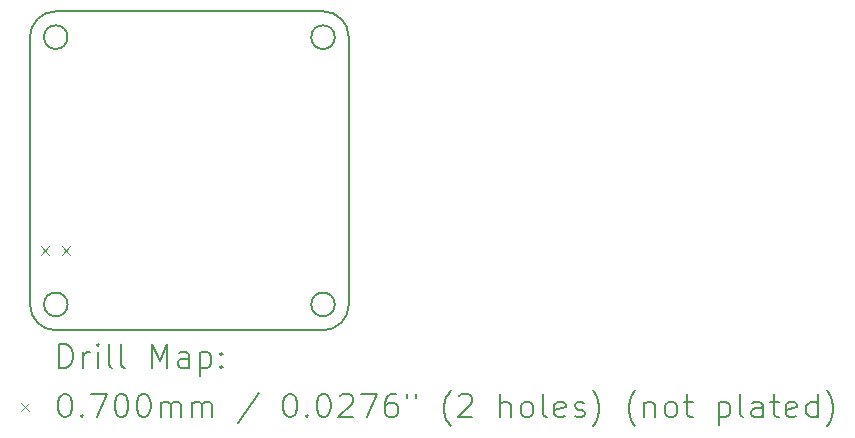
<source format=gbr>
%TF.GenerationSoftware,KiCad,Pcbnew,(6.0.7-1)-1*%
%TF.CreationDate,2023-01-06T02:08:11-05:00*%
%TF.ProjectId,O32controller,4f333263-6f6e-4747-926f-6c6c65722e6b,rev?*%
%TF.SameCoordinates,Original*%
%TF.FileFunction,Drillmap*%
%TF.FilePolarity,Positive*%
%FSLAX45Y45*%
G04 Gerber Fmt 4.5, Leading zero omitted, Abs format (unit mm)*
G04 Created by KiCad (PCBNEW (6.0.7-1)-1) date 2023-01-06 02:08:11*
%MOMM*%
%LPD*%
G01*
G04 APERTURE LIST*
%ADD10C,0.150000*%
%ADD11C,0.200000*%
%ADD12C,0.070000*%
G04 APERTURE END LIST*
D10*
X6231400Y-6131400D02*
G75*
G03*
X6231400Y-6131400I-100000J0D01*
G01*
X3868600Y-3650000D02*
X6131400Y-3650000D01*
X3650000Y-6131400D02*
G75*
G03*
X3868600Y-6350000I218600J0D01*
G01*
X3868600Y-3650000D02*
G75*
G03*
X3650000Y-3868600I0J-218600D01*
G01*
X3868600Y-6350000D02*
X6131400Y-6350000D01*
X6350000Y-3868600D02*
X6350000Y-6131400D01*
X6350000Y-3868600D02*
G75*
G03*
X6131400Y-3650000I-218600J0D01*
G01*
X3968600Y-6131400D02*
G75*
G03*
X3968600Y-6131400I-100000J0D01*
G01*
X3968600Y-3868600D02*
G75*
G03*
X3968600Y-3868600I-100000J0D01*
G01*
X6131400Y-6350000D02*
G75*
G03*
X6350000Y-6131400I0J218600D01*
G01*
X6231400Y-3868600D02*
G75*
G03*
X6231400Y-3868600I-100000J0D01*
G01*
X3650000Y-3868600D02*
X3650000Y-6131400D01*
D11*
D12*
X3740000Y-5640000D02*
X3810000Y-5710000D01*
X3810000Y-5640000D02*
X3740000Y-5710000D01*
X3920000Y-5640000D02*
X3990000Y-5710000D01*
X3990000Y-5640000D02*
X3920000Y-5710000D01*
D11*
X3900119Y-6667976D02*
X3900119Y-6467976D01*
X3947738Y-6467976D01*
X3976309Y-6477500D01*
X3995357Y-6496548D01*
X4004881Y-6515595D01*
X4014405Y-6553690D01*
X4014405Y-6582262D01*
X4004881Y-6620357D01*
X3995357Y-6639405D01*
X3976309Y-6658452D01*
X3947738Y-6667976D01*
X3900119Y-6667976D01*
X4100119Y-6667976D02*
X4100119Y-6534643D01*
X4100119Y-6572738D02*
X4109643Y-6553690D01*
X4119167Y-6544167D01*
X4138214Y-6534643D01*
X4157262Y-6534643D01*
X4223929Y-6667976D02*
X4223929Y-6534643D01*
X4223929Y-6467976D02*
X4214405Y-6477500D01*
X4223929Y-6487024D01*
X4233452Y-6477500D01*
X4223929Y-6467976D01*
X4223929Y-6487024D01*
X4347738Y-6667976D02*
X4328690Y-6658452D01*
X4319167Y-6639405D01*
X4319167Y-6467976D01*
X4452500Y-6667976D02*
X4433452Y-6658452D01*
X4423929Y-6639405D01*
X4423929Y-6467976D01*
X4681071Y-6667976D02*
X4681071Y-6467976D01*
X4747738Y-6610833D01*
X4814405Y-6467976D01*
X4814405Y-6667976D01*
X4995357Y-6667976D02*
X4995357Y-6563214D01*
X4985833Y-6544167D01*
X4966786Y-6534643D01*
X4928690Y-6534643D01*
X4909643Y-6544167D01*
X4995357Y-6658452D02*
X4976310Y-6667976D01*
X4928690Y-6667976D01*
X4909643Y-6658452D01*
X4900119Y-6639405D01*
X4900119Y-6620357D01*
X4909643Y-6601309D01*
X4928690Y-6591786D01*
X4976310Y-6591786D01*
X4995357Y-6582262D01*
X5090595Y-6534643D02*
X5090595Y-6734643D01*
X5090595Y-6544167D02*
X5109643Y-6534643D01*
X5147738Y-6534643D01*
X5166786Y-6544167D01*
X5176310Y-6553690D01*
X5185833Y-6572738D01*
X5185833Y-6629881D01*
X5176310Y-6648928D01*
X5166786Y-6658452D01*
X5147738Y-6667976D01*
X5109643Y-6667976D01*
X5090595Y-6658452D01*
X5271548Y-6648928D02*
X5281071Y-6658452D01*
X5271548Y-6667976D01*
X5262024Y-6658452D01*
X5271548Y-6648928D01*
X5271548Y-6667976D01*
X5271548Y-6544167D02*
X5281071Y-6553690D01*
X5271548Y-6563214D01*
X5262024Y-6553690D01*
X5271548Y-6544167D01*
X5271548Y-6563214D01*
D12*
X3572500Y-6962500D02*
X3642500Y-7032500D01*
X3642500Y-6962500D02*
X3572500Y-7032500D01*
D11*
X3938214Y-6887976D02*
X3957262Y-6887976D01*
X3976309Y-6897500D01*
X3985833Y-6907024D01*
X3995357Y-6926071D01*
X4004881Y-6964167D01*
X4004881Y-7011786D01*
X3995357Y-7049881D01*
X3985833Y-7068928D01*
X3976309Y-7078452D01*
X3957262Y-7087976D01*
X3938214Y-7087976D01*
X3919167Y-7078452D01*
X3909643Y-7068928D01*
X3900119Y-7049881D01*
X3890595Y-7011786D01*
X3890595Y-6964167D01*
X3900119Y-6926071D01*
X3909643Y-6907024D01*
X3919167Y-6897500D01*
X3938214Y-6887976D01*
X4090595Y-7068928D02*
X4100119Y-7078452D01*
X4090595Y-7087976D01*
X4081071Y-7078452D01*
X4090595Y-7068928D01*
X4090595Y-7087976D01*
X4166786Y-6887976D02*
X4300119Y-6887976D01*
X4214405Y-7087976D01*
X4414405Y-6887976D02*
X4433452Y-6887976D01*
X4452500Y-6897500D01*
X4462024Y-6907024D01*
X4471548Y-6926071D01*
X4481071Y-6964167D01*
X4481071Y-7011786D01*
X4471548Y-7049881D01*
X4462024Y-7068928D01*
X4452500Y-7078452D01*
X4433452Y-7087976D01*
X4414405Y-7087976D01*
X4395357Y-7078452D01*
X4385833Y-7068928D01*
X4376310Y-7049881D01*
X4366786Y-7011786D01*
X4366786Y-6964167D01*
X4376310Y-6926071D01*
X4385833Y-6907024D01*
X4395357Y-6897500D01*
X4414405Y-6887976D01*
X4604881Y-6887976D02*
X4623929Y-6887976D01*
X4642976Y-6897500D01*
X4652500Y-6907024D01*
X4662024Y-6926071D01*
X4671548Y-6964167D01*
X4671548Y-7011786D01*
X4662024Y-7049881D01*
X4652500Y-7068928D01*
X4642976Y-7078452D01*
X4623929Y-7087976D01*
X4604881Y-7087976D01*
X4585833Y-7078452D01*
X4576310Y-7068928D01*
X4566786Y-7049881D01*
X4557262Y-7011786D01*
X4557262Y-6964167D01*
X4566786Y-6926071D01*
X4576310Y-6907024D01*
X4585833Y-6897500D01*
X4604881Y-6887976D01*
X4757262Y-7087976D02*
X4757262Y-6954643D01*
X4757262Y-6973690D02*
X4766786Y-6964167D01*
X4785833Y-6954643D01*
X4814405Y-6954643D01*
X4833452Y-6964167D01*
X4842976Y-6983214D01*
X4842976Y-7087976D01*
X4842976Y-6983214D02*
X4852500Y-6964167D01*
X4871548Y-6954643D01*
X4900119Y-6954643D01*
X4919167Y-6964167D01*
X4928690Y-6983214D01*
X4928690Y-7087976D01*
X5023929Y-7087976D02*
X5023929Y-6954643D01*
X5023929Y-6973690D02*
X5033452Y-6964167D01*
X5052500Y-6954643D01*
X5081071Y-6954643D01*
X5100119Y-6964167D01*
X5109643Y-6983214D01*
X5109643Y-7087976D01*
X5109643Y-6983214D02*
X5119167Y-6964167D01*
X5138214Y-6954643D01*
X5166786Y-6954643D01*
X5185833Y-6964167D01*
X5195357Y-6983214D01*
X5195357Y-7087976D01*
X5585833Y-6878452D02*
X5414405Y-7135595D01*
X5842976Y-6887976D02*
X5862024Y-6887976D01*
X5881071Y-6897500D01*
X5890595Y-6907024D01*
X5900119Y-6926071D01*
X5909643Y-6964167D01*
X5909643Y-7011786D01*
X5900119Y-7049881D01*
X5890595Y-7068928D01*
X5881071Y-7078452D01*
X5862024Y-7087976D01*
X5842976Y-7087976D01*
X5823928Y-7078452D01*
X5814405Y-7068928D01*
X5804881Y-7049881D01*
X5795357Y-7011786D01*
X5795357Y-6964167D01*
X5804881Y-6926071D01*
X5814405Y-6907024D01*
X5823928Y-6897500D01*
X5842976Y-6887976D01*
X5995357Y-7068928D02*
X6004881Y-7078452D01*
X5995357Y-7087976D01*
X5985833Y-7078452D01*
X5995357Y-7068928D01*
X5995357Y-7087976D01*
X6128690Y-6887976D02*
X6147738Y-6887976D01*
X6166786Y-6897500D01*
X6176309Y-6907024D01*
X6185833Y-6926071D01*
X6195357Y-6964167D01*
X6195357Y-7011786D01*
X6185833Y-7049881D01*
X6176309Y-7068928D01*
X6166786Y-7078452D01*
X6147738Y-7087976D01*
X6128690Y-7087976D01*
X6109643Y-7078452D01*
X6100119Y-7068928D01*
X6090595Y-7049881D01*
X6081071Y-7011786D01*
X6081071Y-6964167D01*
X6090595Y-6926071D01*
X6100119Y-6907024D01*
X6109643Y-6897500D01*
X6128690Y-6887976D01*
X6271548Y-6907024D02*
X6281071Y-6897500D01*
X6300119Y-6887976D01*
X6347738Y-6887976D01*
X6366786Y-6897500D01*
X6376309Y-6907024D01*
X6385833Y-6926071D01*
X6385833Y-6945119D01*
X6376309Y-6973690D01*
X6262024Y-7087976D01*
X6385833Y-7087976D01*
X6452500Y-6887976D02*
X6585833Y-6887976D01*
X6500119Y-7087976D01*
X6747738Y-6887976D02*
X6709643Y-6887976D01*
X6690595Y-6897500D01*
X6681071Y-6907024D01*
X6662024Y-6935595D01*
X6652500Y-6973690D01*
X6652500Y-7049881D01*
X6662024Y-7068928D01*
X6671548Y-7078452D01*
X6690595Y-7087976D01*
X6728690Y-7087976D01*
X6747738Y-7078452D01*
X6757262Y-7068928D01*
X6766786Y-7049881D01*
X6766786Y-7002262D01*
X6757262Y-6983214D01*
X6747738Y-6973690D01*
X6728690Y-6964167D01*
X6690595Y-6964167D01*
X6671548Y-6973690D01*
X6662024Y-6983214D01*
X6652500Y-7002262D01*
X6842976Y-6887976D02*
X6842976Y-6926071D01*
X6919167Y-6887976D02*
X6919167Y-6926071D01*
X7214405Y-7164167D02*
X7204881Y-7154643D01*
X7185833Y-7126071D01*
X7176309Y-7107024D01*
X7166786Y-7078452D01*
X7157262Y-7030833D01*
X7157262Y-6992738D01*
X7166786Y-6945119D01*
X7176309Y-6916548D01*
X7185833Y-6897500D01*
X7204881Y-6868928D01*
X7214405Y-6859405D01*
X7281071Y-6907024D02*
X7290595Y-6897500D01*
X7309643Y-6887976D01*
X7357262Y-6887976D01*
X7376309Y-6897500D01*
X7385833Y-6907024D01*
X7395357Y-6926071D01*
X7395357Y-6945119D01*
X7385833Y-6973690D01*
X7271548Y-7087976D01*
X7395357Y-7087976D01*
X7633452Y-7087976D02*
X7633452Y-6887976D01*
X7719167Y-7087976D02*
X7719167Y-6983214D01*
X7709643Y-6964167D01*
X7690595Y-6954643D01*
X7662024Y-6954643D01*
X7642976Y-6964167D01*
X7633452Y-6973690D01*
X7842976Y-7087976D02*
X7823928Y-7078452D01*
X7814405Y-7068928D01*
X7804881Y-7049881D01*
X7804881Y-6992738D01*
X7814405Y-6973690D01*
X7823928Y-6964167D01*
X7842976Y-6954643D01*
X7871548Y-6954643D01*
X7890595Y-6964167D01*
X7900119Y-6973690D01*
X7909643Y-6992738D01*
X7909643Y-7049881D01*
X7900119Y-7068928D01*
X7890595Y-7078452D01*
X7871548Y-7087976D01*
X7842976Y-7087976D01*
X8023928Y-7087976D02*
X8004881Y-7078452D01*
X7995357Y-7059405D01*
X7995357Y-6887976D01*
X8176309Y-7078452D02*
X8157262Y-7087976D01*
X8119167Y-7087976D01*
X8100119Y-7078452D01*
X8090595Y-7059405D01*
X8090595Y-6983214D01*
X8100119Y-6964167D01*
X8119167Y-6954643D01*
X8157262Y-6954643D01*
X8176309Y-6964167D01*
X8185833Y-6983214D01*
X8185833Y-7002262D01*
X8090595Y-7021309D01*
X8262024Y-7078452D02*
X8281071Y-7087976D01*
X8319167Y-7087976D01*
X8338214Y-7078452D01*
X8347738Y-7059405D01*
X8347738Y-7049881D01*
X8338214Y-7030833D01*
X8319167Y-7021309D01*
X8290595Y-7021309D01*
X8271548Y-7011786D01*
X8262024Y-6992738D01*
X8262024Y-6983214D01*
X8271548Y-6964167D01*
X8290595Y-6954643D01*
X8319167Y-6954643D01*
X8338214Y-6964167D01*
X8414405Y-7164167D02*
X8423929Y-7154643D01*
X8442976Y-7126071D01*
X8452500Y-7107024D01*
X8462024Y-7078452D01*
X8471548Y-7030833D01*
X8471548Y-6992738D01*
X8462024Y-6945119D01*
X8452500Y-6916548D01*
X8442976Y-6897500D01*
X8423929Y-6868928D01*
X8414405Y-6859405D01*
X8776310Y-7164167D02*
X8766786Y-7154643D01*
X8747738Y-7126071D01*
X8738214Y-7107024D01*
X8728690Y-7078452D01*
X8719167Y-7030833D01*
X8719167Y-6992738D01*
X8728690Y-6945119D01*
X8738214Y-6916548D01*
X8747738Y-6897500D01*
X8766786Y-6868928D01*
X8776310Y-6859405D01*
X8852500Y-6954643D02*
X8852500Y-7087976D01*
X8852500Y-6973690D02*
X8862024Y-6964167D01*
X8881071Y-6954643D01*
X8909643Y-6954643D01*
X8928690Y-6964167D01*
X8938214Y-6983214D01*
X8938214Y-7087976D01*
X9062024Y-7087976D02*
X9042976Y-7078452D01*
X9033452Y-7068928D01*
X9023929Y-7049881D01*
X9023929Y-6992738D01*
X9033452Y-6973690D01*
X9042976Y-6964167D01*
X9062024Y-6954643D01*
X9090595Y-6954643D01*
X9109643Y-6964167D01*
X9119167Y-6973690D01*
X9128690Y-6992738D01*
X9128690Y-7049881D01*
X9119167Y-7068928D01*
X9109643Y-7078452D01*
X9090595Y-7087976D01*
X9062024Y-7087976D01*
X9185833Y-6954643D02*
X9262024Y-6954643D01*
X9214405Y-6887976D02*
X9214405Y-7059405D01*
X9223929Y-7078452D01*
X9242976Y-7087976D01*
X9262024Y-7087976D01*
X9481071Y-6954643D02*
X9481071Y-7154643D01*
X9481071Y-6964167D02*
X9500119Y-6954643D01*
X9538214Y-6954643D01*
X9557262Y-6964167D01*
X9566786Y-6973690D01*
X9576310Y-6992738D01*
X9576310Y-7049881D01*
X9566786Y-7068928D01*
X9557262Y-7078452D01*
X9538214Y-7087976D01*
X9500119Y-7087976D01*
X9481071Y-7078452D01*
X9690595Y-7087976D02*
X9671548Y-7078452D01*
X9662024Y-7059405D01*
X9662024Y-6887976D01*
X9852500Y-7087976D02*
X9852500Y-6983214D01*
X9842976Y-6964167D01*
X9823929Y-6954643D01*
X9785833Y-6954643D01*
X9766786Y-6964167D01*
X9852500Y-7078452D02*
X9833452Y-7087976D01*
X9785833Y-7087976D01*
X9766786Y-7078452D01*
X9757262Y-7059405D01*
X9757262Y-7040357D01*
X9766786Y-7021309D01*
X9785833Y-7011786D01*
X9833452Y-7011786D01*
X9852500Y-7002262D01*
X9919167Y-6954643D02*
X9995357Y-6954643D01*
X9947738Y-6887976D02*
X9947738Y-7059405D01*
X9957262Y-7078452D01*
X9976310Y-7087976D01*
X9995357Y-7087976D01*
X10138214Y-7078452D02*
X10119167Y-7087976D01*
X10081071Y-7087976D01*
X10062024Y-7078452D01*
X10052500Y-7059405D01*
X10052500Y-6983214D01*
X10062024Y-6964167D01*
X10081071Y-6954643D01*
X10119167Y-6954643D01*
X10138214Y-6964167D01*
X10147738Y-6983214D01*
X10147738Y-7002262D01*
X10052500Y-7021309D01*
X10319167Y-7087976D02*
X10319167Y-6887976D01*
X10319167Y-7078452D02*
X10300119Y-7087976D01*
X10262024Y-7087976D01*
X10242976Y-7078452D01*
X10233452Y-7068928D01*
X10223929Y-7049881D01*
X10223929Y-6992738D01*
X10233452Y-6973690D01*
X10242976Y-6964167D01*
X10262024Y-6954643D01*
X10300119Y-6954643D01*
X10319167Y-6964167D01*
X10395357Y-7164167D02*
X10404881Y-7154643D01*
X10423929Y-7126071D01*
X10433452Y-7107024D01*
X10442976Y-7078452D01*
X10452500Y-7030833D01*
X10452500Y-6992738D01*
X10442976Y-6945119D01*
X10433452Y-6916548D01*
X10423929Y-6897500D01*
X10404881Y-6868928D01*
X10395357Y-6859405D01*
M02*

</source>
